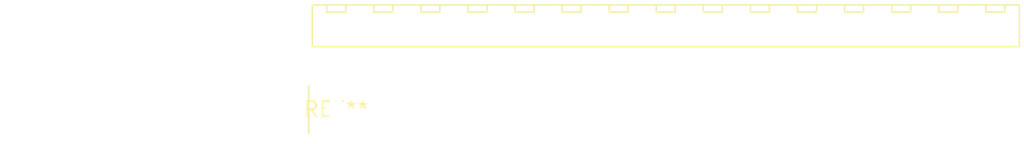
<source format=kicad_pcb>
(kicad_pcb (version 20240108) (generator pcbnew)
  (layers (0 "F.Cu" signal) (31 "B.Cu" signal) (34 "B.Paste" user) (35 "F.Paste" user) (36 "B.SilkS" user "B.Silkscreen") (37 "F.SilkS" user "F.Silkscreen") (38 "B.Mask" user) (39 "F.Mask" user) (44 "Edge.Cuts" user))
  (net 0 "")
  (footprint "Molex_KK-396_A-41792-0015_1x15_P3.96mm_Horizontal" (layer "F.Cu") (at 0 0)
    (property "Reference" "REF**")
    (property "Value" "Molex_KK-396_A-41792-0015_1x15_P3.96mm_Horizontal")
    (fp_line (start -2.305 -2) (end -2.305 2) (layer "F.SilkS") (stroke (width 0.12)))
    (fp_line (start -2.015 -8.82) (end 57.455 -8.82) (layer "F.SilkS") (stroke (width 0.12)))
    (fp_line (start -2.015 -5.3) (end -2.015 -8.82) (layer "F.SilkS") (stroke (width 0.12)))
    (fp_line (start -0.8 -8.82) (end -0.8 -8.22) (layer "F.SilkS") (stroke (width 0.12)))
    (fp_line (start -0.8 -8.22) (end 0.8 -8.22) (layer "F.SilkS") (stroke (width 0.12)))
    (fp_line (start 0.8 -8.22) (end 0.8 -8.82) (layer "F.SilkS") (stroke (width 0.12)))
    (fp_line (start 3.16 -8.82) (end 3.16 -8.22) (layer "F.SilkS") (stroke (width 0.12)))
    (fp_line (start 3.16 -8.22) (end 4.76 -8.22) (layer "F.SilkS") (stroke (width 0.12)))
    (fp_line (start 4.76 -8.22) (end 4.76 -8.82) (layer "F.SilkS") (stroke (width 0.12)))
    (fp_line (start 7.12 -8.82) (end 7.12 -8.22) (layer "F.SilkS") (stroke (width 0.12)))
    (fp_line (start 7.12 -8.22) (end 8.72 -8.22) (layer "F.SilkS") (stroke (width 0.12)))
    (fp_line (start 8.72 -8.22) (end 8.72 -8.82) (layer "F.SilkS") (stroke (width 0.12)))
    (fp_line (start 11.08 -8.82) (end 11.08 -8.22) (layer "F.SilkS") (stroke (width 0.12)))
    (fp_line (start 11.08 -8.22) (end 12.68 -8.22) (layer "F.SilkS") (stroke (width 0.12)))
    (fp_line (start 12.68 -8.22) (end 12.68 -8.82) (layer "F.SilkS") (stroke (width 0.12)))
    (fp_line (start 15.04 -8.82) (end 15.04 -8.22) (layer "F.SilkS") (stroke (width 0.12)))
    (fp_line (start 15.04 -8.22) (end 16.64 -8.22) (layer "F.SilkS") (stroke (width 0.12)))
    (fp_line (start 16.64 -8.22) (end 16.64 -8.82) (layer "F.SilkS") (stroke (width 0.12)))
    (fp_line (start 19 -8.82) (end 19 -8.22) (layer "F.SilkS") (stroke (width 0.12)))
    (fp_line (start 19 -8.22) (end 20.6 -8.22) (layer "F.SilkS") (stroke (width 0.12)))
    (fp_line (start 20.6 -8.22) (end 20.6 -8.82) (layer "F.SilkS") (stroke (width 0.12)))
    (fp_line (start 22.96 -8.82) (end 22.96 -8.22) (layer "F.SilkS") (stroke (width 0.12)))
    (fp_line (start 22.96 -8.22) (end 24.56 -8.22) (layer "F.SilkS") (stroke (width 0.12)))
    (fp_line (start 24.56 -8.22) (end 24.56 -8.82) (layer "F.SilkS") (stroke (width 0.12)))
    (fp_line (start 26.92 -8.82) (end 26.92 -8.22) (layer "F.SilkS") (stroke (width 0.12)))
    (fp_line (start 26.92 -8.22) (end 28.52 -8.22) (layer "F.SilkS") (stroke (width 0.12)))
    (fp_line (start 28.52 -8.22) (end 28.52 -8.82) (layer "F.SilkS") (stroke (width 0.12)))
    (fp_line (start 30.88 -8.82) (end 30.88 -8.22) (layer "F.SilkS") (stroke (width 0.12)))
    (fp_line (start 30.88 -8.22) (end 32.48 -8.22) (layer "F.SilkS") (stroke (width 0.12)))
    (fp_line (start 32.48 -8.22) (end 32.48 -8.82) (layer "F.SilkS") (stroke (width 0.12)))
    (fp_line (start 34.84 -8.82) (end 34.84 -8.22) (layer "F.SilkS") (stroke (width 0.12)))
    (fp_line (start 34.84 -8.22) (end 36.44 -8.22) (layer "F.SilkS") (stroke (width 0.12)))
    (fp_line (start 36.44 -8.22) (end 36.44 -8.82) (layer "F.SilkS") (stroke (width 0.12)))
    (fp_line (start 38.8 -8.82) (end 38.8 -8.22) (layer "F.SilkS") (stroke (width 0.12)))
    (fp_line (start 38.8 -8.22) (end 40.4 -8.22) (layer "F.SilkS") (stroke (width 0.12)))
    (fp_line (start 40.4 -8.22) (end 40.4 -8.82) (layer "F.SilkS") (stroke (width 0.12)))
    (fp_line (start 42.76 -8.82) (end 42.76 -8.22) (layer "F.SilkS") (stroke (width 0.12)))
    (fp_line (start 42.76 -8.22) (end 44.36 -8.22) (layer "F.SilkS") (stroke (width 0.12)))
    (fp_line (start 44.36 -8.22) (end 44.36 -8.82) (layer "F.SilkS") (stroke (width 0.12)))
    (fp_line (start 46.72 -8.82) (end 46.72 -8.22) (layer "F.SilkS") (stroke (width 0.12)))
    (fp_line (start 46.72 -8.22) (end 48.32 -8.22) (layer "F.SilkS") (stroke (width 0.12)))
    (fp_line (start 48.32 -8.22) (end 48.32 -8.82) (layer "F.SilkS") (stroke (width 0.12)))
    (fp_line (start 50.68 -8.82) (end 50.68 -8.22) (layer "F.SilkS") (stroke (width 0.12)))
    (fp_line (start 50.68 -8.22) (end 52.28 -8.22) (layer "F.SilkS") (stroke (width 0.12)))
    (fp_line (start 52.28 -8.22) (end 52.28 -8.82) (layer "F.SilkS") (stroke (width 0.12)))
    (fp_line (start 54.64 -8.82) (end 54.64 -8.22) (layer "F.SilkS") (stroke (width 0.12)))
    (fp_line (start 54.64 -8.22) (end 56.24 -8.22) (layer "F.SilkS") (stroke (width 0.12)))
    (fp_line (start 56.24 -8.22) (end 56.24 -8.82) (layer "F.SilkS") (stroke (width 0.12)))
    (fp_line (start 57.455 -8.82) (end 57.455 -5.3) (layer "F.SilkS") (stroke (width 0.12)))
    (fp_line (start 57.455 -5.3) (end -2.015 -5.3) (layer "F.SilkS") (stroke (width 0.12)))
    (pad "1" thru_hole roundrect (at 0 0) (size 3.16 4.1) (drill 1.7) (layers *.Cu *.Mask) (remove_unused_layers) (roundrect_rratio 0.079114))
    (pad "2" thru_hole oval (at 3.96 0) (size 3.16 4.1) (drill 1.7) (layers *.Cu *.Mask) (remove_unused_layers))
    (pad "3" thru_hole oval (at 7.92 0) (size 3.16 4.1) (drill 1.7) (layers *.Cu *.Mask) (remove_unused_layers))
    (pad "4" thru_hole oval (at 11.88 0) (size 3.16 4.1) (drill 1.7) (layers *.Cu *.Mask) (remove_unused_layers))
    (pad "5" thru_hole oval (at 15.84 0) (size 3.16 4.1) (drill 1.7) (layers *.Cu *.Mask) (remove_unused_layers))
    (pad "6" thru_hole oval (at 19.8 0) (size 3.16 4.1) (drill 1.7) (layers *.Cu *.Mask) (remove_unused_layers))
    (pad "7" thru_hole oval (at 23.76 0) (size 3.16 4.1) (drill 1.7) (layers *.Cu *.Mask) (remove_unused_layers))
    (pad "8" thru_hole oval (at 27.72 0) (size 3.16 4.1) (drill 1.7) (layers *.Cu *.Mask) (remove_unused_layers))
    (pad "9" thru_hole oval (at 31.68 0) (size 3.16 4.1) (drill 1.7) (layers *.Cu *.Mask) (remove_unused_layers))
    (pad "10" thru_hole oval (at 35.64 0) (size 3.16 4.1) (drill 1.7) (layers *.Cu *.Mask) (remove_unused_layers))
    (pad "11" thru_hole oval (at 39.6 0) (size 3.16 4.1) (drill 1.7) (layers *.Cu *.Mask) (remove_unused_layers))
    (pad "12" thru_hole oval (at 43.56 0) (size 3.16 4.1) (drill 1.7) (layers *.Cu *.Mask) (remove_unused_layers))
    (pad "13" thru_hole oval (at 47.52 0) (size 3.16 4.1) (drill 1.7) (layers *.Cu *.Mask) (remove_unused_layers))
    (pad "14" thru_hole oval (at 51.48 0) (size 3.16 4.1) (drill 1.7) (layers *.Cu *.Mask) (remove_unused_layers))
    (pad "15" thru_hole oval (at 55.44 0) (size 3.16 4.1) (drill 1.7) (layers *.Cu *.Mask) (remove_unused_layers))
  )
)
</source>
